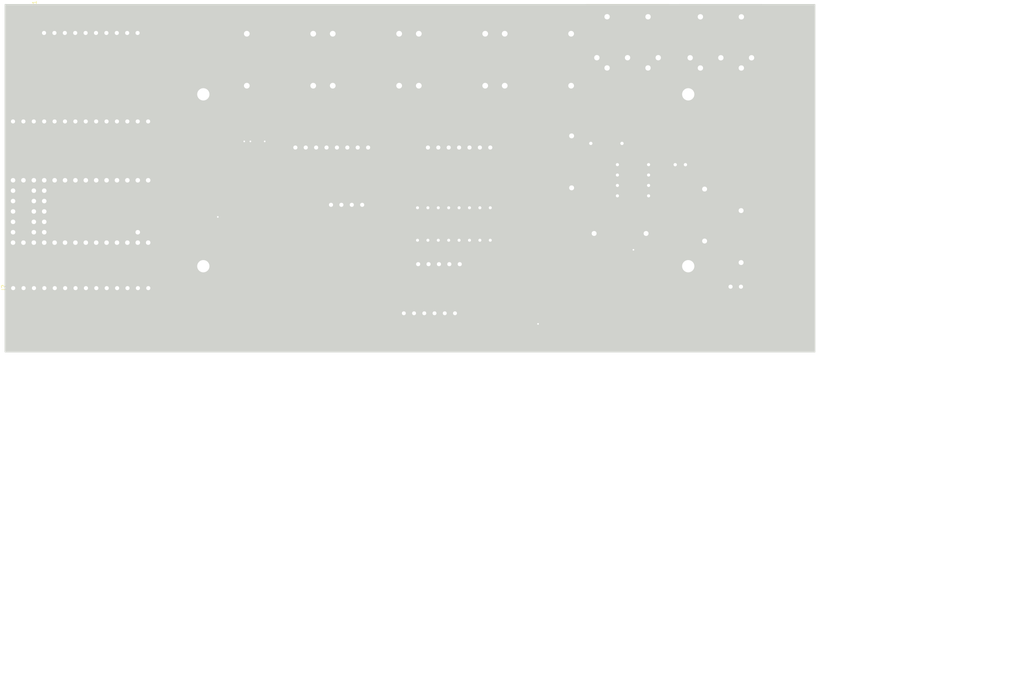
<source format=kicad_pcb>
(kicad_pcb (version 20211014) (generator pcbnew)
  (layers (0 "F.Cu" signal) (31 "B.Cu" signal) (34 "B.Paste" user) (35 "F.Paste" user) (36 "B.SilkS" user "B.Silkscreen") (37 "F.SilkS" user "F.Silkscreen") (38 "B.Mask" user) (39 "F.Mask" user) (44 "Edge.Cuts" user))
  (net 0 "")
  (net 1 "Net-(J1-Pad3)")
  (net 2 "Net-(J1-Pad5)")
  (net 3 "Net-(J1-Pad6)")
  (net 4 "Net-(J1-Pad7)")
  (net 5 "Net-(J1-Pad8)")
  (net 6 "Net-(J1-Pad9)")
  (net 10 "Net-(J1-Pad10)")
  (net 13 "Net-(J1-Pad11)")
  (net 14 "Net-(J1-Pad12)")
  (net 15 "Net-(J1-Pad13)")
  (net 16 "Net-(J1-Pad14)")
  (net 17 "Net-(J2-Pad1)")
  (net 18 "Net-(J2-Pad2)")
  (net 19 "Net-(J2-Pad3)")
  (net 20 "Net-(J2-Pad4)")
  (net 21 "Net-(J2-Pad5)")
  (net 22 "Net-(J2-Pad6)")
  (net 23 "Net-(J2-Pad7)")
  (net 25 "Net-(J2-Pad8)")
  (net 26 "Net-(J2-Pad9)")
  (net 27 "Net-(J2-Pad10)")
  (net 28 "Net-(J2-Pad11)")
  (net 29 "Net-(D1-Pad1)")
  (net 30 "Net-(D1-Pad2)")
  (net 34 "Net-(J3-Pad4)")
  (net 35 "Net-(J1-Pad2)")
  (net 36 "Net-(J1-Pad4)")
  (net 37 "Net-(J8-Pad5)")
  (net 40 "Net-(J8-Pad4)")
  (net 41 "Net-(J2-Pad12)")
  (net 45 "Net-(J5-Pad1)")
  (net 46 "Net-(J5-Pad2)")
  (net 47 "Net-(J5-Pad3)")
  (net 48 "Net-(J9-Pad1)")
  (net 49 "Net-(J6_TeensyPinsUnten1-Pad1)")
  (net 50 "Net-(J6_TeensyPinsUnten1-Pad2)")
  (net 51 "Net-(J6_TeensyPinsUnten1-Pad3)")
  (net 52 "Net-(J6_TeensyPinsUnten1-Pad4)")
  (net 53 "Net-(J6_TeensyPinsUnten1-Pad5)")
  (net 54 "Net-(J6_TeensyPinsUnten1-Pad6)")
  (net 55 "Net-(J6_TeensyPinsUnten1-Pad7)")
  (net 56 "Net-(J6_TeensyPinsUnten1-Pad8)")
  (net 57 "Net-(J6_TeensyPinsUnten1-Pad9)")
  (net 58 "Net-(J6_TeensyPinsUnten1-Pad10)")
  (net 59 "Net-(J9-Pad2)")
  (net 60 "Net-(J9-Pad3)")
  (net 61 "Net-(J9-Pad4)")
  (net 62 "Net-(J9-Pad5)")
  (net 63 "Net-(J10-Pad1)")
  (net 64 "Net-(J10-Pad2)")
  (net 65 "Net-(J11-Pad1)")
  (net 66 "Net-(J11-Pad2)")
  (net 67 "Net-(J16-Pad1)")
  (net 68 "Net-(J16-Pad2)")
  (net 69 "Net-(J17-Pad1)")
  (net 70 "Net-(J17-Pad2)")
  (net 71 "Net-(J18-Pad1)")
  (net 72 "Net-(J18-Pad2)")
  (net 83 "Net-(J5-Pad4)")
  (net 84 "Net-(J5-Pad5)")
  (net 85 "Net-(J5-Pad6)")
  (net 86 "Net-(J5-Pad7)")
  (net 87 "Net-(C1-Pad1)")
  (net 96 "GND")
  (net 97 "Net-(J2-Pad13)")
  (net 98 "Net-(J4-Pad6)")
  (net 99 "Net-(J4-Pad5)")
  (net 100 "Net-(J4-Pad4)")
  (net 101 "Net-(J4-Pad3)")
  (footprint "KiCad:Teensy40" (layer "F.Cu") (at 35.51 68.62 180)
    (fp_text reference "U7")
    (fp_text value "Teensy4.0")
  )
  (footprint "Connector_PinHeader_2.54mm:PinHeader_1x10_P2.54mm_Vertical" (layer "F.Cu") (at 26.575 25 90)
    (fp_text reference "J6_TeensyPinsUnten1")
    (fp_text value "Conn_01x10")
  )
  (footprint "KiCad:DIP762W56P254L966H508Q8N" (layer "F.Cu") (at 170.5 60.99)
    (fp_text reference "U6")
    (fp_text value "6N138" hide)
  )
  (footprint "Connector_PinHeader_2.54mm:PinHeader_1x05_P2.54mm_Vertical" (layer "F.Cu") (at 118 81.5 90)
    (fp_text reference "J9")
    (fp_text value "Conn_01x05")
  )
  (footprint "Connector_JST:JST_XH_B6B-XH-A_1x06_P2.50mm_Vertical" (layer "F.Cu") (at 114.5 93.5)
    (fp_text reference "J4")
    (fp_text value "06JQ-BT")
  )
  (footprint "Connector_PinHeader_2.54mm:PinHeader_1x07_P2.54mm_Vertical" (layer "F.Cu") (at 135.625 53 -90)
    (fp_text reference "J5")
    (fp_text value "Conn_01x07")
  )
  (footprint "Connector_JST:JST_SH_SM10B-SRSS-TB_1x10-1MP_P1.00mm_Horizontal" (layer "F.Cu") (at 72.75 58.53)
    (fp_text reference "JST_TEENSY_5")
    (fp_text value "10JQ-BT")
  )
  (footprint "Connector_PinHeader_2.54mm:PinHeader_1x02_P2.54mm_Vertical" (layer "F.Cu") (at 194.34 87.01 90)
    (fp_text reference "J10")
    (fp_text value "Conn_01x02")
  )
  (footprint "Connector_PinHeader_2.54mm:PinHeader_1x14_P2.54mm_Vertical" (layer "F.Cu") (at 52.01 46.62 -90)
    (fp_text reference "J1")
    (fp_text value "Conn_01x14_MountingPin")
  )
  (footprint "project_fp:SDS-50J_MIDI_JACK" (layer "F.Cu") (at 184.47 31.0675)
    (fp_text reference "J8")
    (fp_text value "DIN-5")
  )
  (footprint "SamacSys_Parts:NMJ4HCD2" (layer "F.Cu") (at 126.26967 41.845 -90)
    (fp_text reference "J17")
    (fp_text value "NMJ4HCD2" hide)
  )
  (footprint "Resistor_THT:R_Axial_DIN0411_L9.9mm_D3.6mm_P12.70mm_Horizontal" (layer "F.Cu") (at 196.92 68.41 -90)
    (fp_text reference "R8")
    (fp_text value "R47")
  )
  (footprint "SamacSys_Parts:NMJ4HCD2" (layer "F.Cu") (at 105.23967 41.845 -90)
    (fp_text reference "J16")
    (fp_text value "NMJ4HCD2" hide)
  )
  (footprint "Resistor_THT:R_Axial_DIN0411_L9.9mm_D3.6mm_P12.70mm_Horizontal" (layer "F.Cu") (at 161 74)
    (fp_text reference "R6")
    (fp_text value "R470")
  )
  (footprint "Connector_PinHeader_2.54mm:PinHeader_1x04_P2.54mm_Vertical" (layer "F.Cu") (at 96.7 67 90)
    (fp_text reference "J6")
    (fp_text value "Conn_01x04")
  )
  (footprint "project_fp:SDS-50J_MIDI_JACK" (layer "F.Cu") (at 161.67 31.0475)
    (fp_text reference "J3")
    (fp_text value "DIN-5")
  )
  (footprint "MountingHole:MountingHole_3mm" (layer "F.Cu") (at 65.5 82)
    (fp_text reference "H9")
    (fp_text value "MountingHole")
  )
  (footprint "Capacitor_THT:CP_Radial_D6.3mm_P2.50mm" (layer "F.Cu") (at 180.817621 57.19)
    (fp_text reference "C1")
    (fp_text value "0,1myf")
  )
  (footprint "Connector_PinHeader_2.54mm:PinHeader_1x08_P2.54mm_Vertical" (layer "F.Cu") (at 87.99 53 90)
    (fp_text reference "J7")
    (fp_text value "Conn_01x08")
  )
  (footprint "SamacSys_Parts:NMJ4HCD2" (layer "F.Cu") (at 147.26967 41.845 -90)
    (fp_text reference "J18")
    (fp_text value "NMJ4HCD2" hide)
  )
  (footprint "MountingHole:MountingHole_3mm" (layer "F.Cu") (at 184 40)
    (fp_text reference "H4")
    (fp_text value "MountingHole")
  )
  (footprint "Resistor_THT:R_Axial_DIN0411_L9.9mm_D3.6mm_P12.70mm_Horizontal" (layer "F.Cu") (at 188 75.85 90)
    (fp_text reference "R7")
    (fp_text value "R47")
  )
  (footprint "MountingHole:MountingHole_3mm" (layer "F.Cu") (at 184 82)
    (fp_text reference "H8")
    (fp_text value "MountingHole")
  )
  (footprint "Diode_THT:D_DO-35_SOD27_P7.62mm_Horizontal" (layer "F.Cu") (at 167.81 51.99 180)
    (fp_text reference "D1")
    (fp_text value "1N4148")
  )
  (footprint "MountingHole:MountingHole_3mm" (layer "F.Cu") (at 65.5 40)
    (fp_text reference "H7")
    (fp_text value "MountingHole")
  )
  (footprint "Connector_PinHeader_2.54mm:PinHeader_1x14_P2.54mm_Vertical" (layer "F.Cu") (at 19.032663 87.357701 90)
    (fp_text reference "J2")
    (fp_text value "Conn_01x14_MountingPin")
  )
  (footprint "SamacSys_Parts:NMJ4HCD2" (layer "F.Cu") (at 84.23934 41.845 -90)
    (fp_text reference "J11")
    (fp_text value "NMJ4HCD2" hide)
  )
  (footprint "KiCad:DIP794W53P254L1930H508Q16N" (layer "F.Cu") (at 126.73 71.68796 90)
    (fp_text reference "U5")
    (fp_text value "74HC4051" hide)
  )
  (footprint "Resistor_THT:R_Axial_DIN0411_L9.9mm_D3.6mm_P12.70mm_Horizontal" (layer "F.Cu") (at 155.5 50.15 -90)
    (fp_text reference "R5")
    (fp_text value "R220")
  )
  (gr_rect (start 17 18) (end 215 103) (layer "Edge.Cuts") (width 0.1) (fill none))
  (segment (start 46.94 61) (end 46.94 46.63) (width 0.5) (layer "F.Cu") (net 1))
  (segment (start 46.94 46.63) (end 46.93 46.62) (width 0.5) (layer "F.Cu") (net 1))
  (segment (start 41.85 46.62) (end 41.85 60.99) (width 0.5) (layer "F.Cu") (net 2))
  (segment (start 39.31 60.99) (end 39.32 61) (width 0.5) (layer "F.Cu") (net 3))
  (segment (start 39.31 46.62) (end 39.31 60.99) (width 0.5) (layer "F.Cu") (net 3))
  (segment (start 36.77 46.62) (end 36.77 60.99) (width 0.5) (layer "F.Cu") (net 4))
  (segment (start 34.23 46.62) (end 34.23 60.99) (width 0.5) (layer "F.Cu") (net 5))
  (segment (start 31.69 46.62) (end 31.69 60.99) (width 0.5) (layer "F.Cu") (net 6))
  (segment (start 29.15 46.62) (end 29.15 60.99) (width 0.5) (layer "F.Cu") (net 10))
  (segment (start 26.61 46.62) (end 26.61 60.99) (width 0.5) (layer "F.Cu") (net 13))
  (segment (start 24.07 46.62) (end 24.07 60.99) (width 0.5) (layer "F.Cu") (net 14))
  (segment (start 21.53 46.62) (end 21.53 60.99) (width 0.5) (layer "F.Cu") (net 15))
  (segment (start 19 46.63) (end 18.99 46.62) (width 0.5) (layer "F.Cu") (net 16))
  (segment (start 19 61) (end 19 46.63) (width 0.5) (layer "F.Cu") (net 16))
  (segment (start 19 76.24) (end 19 87.325038) (width 0.5) (layer "F.Cu") (net 17))
  (segment (start 19 87.325038) (end 19.032663 87.357701) (width 0.5) (layer "F.Cu") (net 17))
  (segment (start 21.54 87.325038) (end 21.572663 87.357701) (width 0.5) (layer "F.Cu") (net 18))
  (segment (start 21.54 76.24) (end 21.54 87.325038) (width 0.5) (layer "F.Cu") (net 18))
  (segment (start 24.08 76.24) (end 24.08 87.325038) (width 0.5) (layer "F.Cu") (net 19))
  (segment (start 24.08 87.325038) (end 24.112663 87.357701) (width 0.5) (layer "F.Cu") (net 19))
  (segment (start 26.62 76.24) (end 26.62 87.325038) (width 0.5) (layer "F.Cu") (net 20))
  (segment (start 26.62 87.325038) (end 26.652663 87.357701) (width 0.5) (layer "F.Cu") (net 20))
  (segment (start 29.192663 87.357701) (end 29.192663 76.272663) (width 0.5) (layer "F.Cu") (net 21))
  (segment (start 31.7 76.24) (end 31.7 87.325038) (width 0.5) (layer "F.Cu") (net 22))
  (segment (start 31.7 87.325038) (end 31.732663 87.357701) (width 0.5) (layer "F.Cu") (net 22))
  (segment (start 34.272663 87.357701) (end 34.272663 76.272663) (width 0.5) (layer "F.Cu") (net 23))
  (segment (start 36.78 87.325038) (end 36.812663 87.357701) (width 0.5) (layer "F.Cu") (net 25))
  (segment (start 36.78 76.24) (end 36.78 87.325038) (width 0.5) (layer "F.Cu") (net 25))
  (segment (start 39.352663 87.357701) (end 39.352663 76.272663) (width 0.5) (layer "F.Cu") (net 26))
  (segment (start 41.86 87.325038) (end 41.892663 87.357701) (width 0.5) (layer "F.Cu") (net 27))
  (segment (start 41.86 76.24) (end 41.86 87.325038) (width 0.5) (layer "F.Cu") (net 27))
  (segment (start 44.4 87.325038) (end 44.4 76.24) (width 0.5) (layer "F.Cu") (net 28))
  (segment (start 169.99 51.99) (end 170.5 52.5) (width 0.5) (layer "F.Cu") (net 29))
  (segment (start 166.69 59.72) (end 170.03 59.72) (width 0.5) (layer "F.Cu") (net 29))
  (segment (start 163.81 62.6) (end 166.69 59.72) (width 0.5) (layer "F.Cu") (net 29))
  (segment (start 170.03 59.72) (end 170.5 59.25) (width 0.5) (layer "F.Cu") (net 29))
  (segment (start 170.5 52.5) (end 170.5 59.25) (width 0.5) (layer "F.Cu") (net 29))
  (segment (start 155.5 62.6) (end 163.81 62.6) (width 0.5) (layer "F.Cu") (net 29))
  (segment (start 167.81 51.99) (end 169.99 51.99) (width 0.5) (layer "F.Cu") (net 29))
  (segment (start 162 66) (end 165.74 62.26) (width 0.5) (layer "F.Cu") (net 30))
  (segment (start 152.5 66) (end 162 66) (width 0.5) (layer "F.Cu") (net 30))
  (segment (start 174 33.5675) (end 160.19 47.3775) (width 0.5) (layer "F.Cu") (net 30))
  (segment (start 160.19 47.3775) (end 160.19 49.81) (width 0.5) (layer "F.Cu") (net 30))
  (segment (start 151 59.5) (end 151 64.5) (width 0.5) (layer "F.Cu") (net 30))
  (segment (start 151 64.5) (end 152.5 66) (width 0.5) (layer "F.Cu") (net 30))
  (segment (start 160.19 51.99) (end 160.19 56.81) (width 0.5) (layer "F.Cu") (net 30))
  (segment (start 160.19 49.68) (end 160.19 49.81) (width 0.5) (layer "F.Cu") (net 30))
  (segment (start 165.74 62.26) (end 166.69 62.26) (width 0.5) (layer "F.Cu") (net 30))
  (segment (start 152.5 58) (end 151 59.5) (width 0.5) (layer "F.Cu") (net 30))
  (segment (start 159 58) (end 152.5 58) (width 0.5) (layer "F.Cu") (net 30))
  (segment (start 160.19 56.81) (end 159 58) (width 0.5) (layer "F.Cu") (net 30))
  (segment (start 160.19 49.81) (end 160.19 51.99) (width 0.5) (layer "F.Cu") (net 30))
  (segment (start 164 33.5675) (end 164 35.5) (width 0.5) (layer "F.Cu") (net 34))
  (segment (start 164 35.5) (end 155.5 44) (width 0.5) (layer "F.Cu") (net 34))
  (segment (start 155.5 44) (end 155.5 50.15) (width 0.5) (layer "F.Cu") (net 34))
  (segment (start 49.47 60.99) (end 49.48 61) (width 0.5) (layer "F.Cu") (net 35))
  (segment (start 49.47 46.62) (end 49.47 60.99) (width 0.5) (layer "F.Cu") (net 35))
  (segment (start 44.39 46.62) (end 44.39 60.99) (width 0.5) (layer "F.Cu") (net 36))
  (segment (start 196.97 33.5675) (end 196.97 68.36) (width 0.5) (layer "F.Cu") (net 37))
  (segment (start 196.97 68.36) (end 196.92 68.41) (width 0.5) (layer "F.Cu") (net 37))
  (segment (start 196.97 36.82) (end 196.97 36.97) (width 0.5) (layer "F.Cu") (net 37))
  (segment (start 188 34.5975) (end 186.97 33.5675) (width 0.5) (layer "F.Cu") (net 40))
  (segment (start 188 63.15) (end 188 34.5975) (width 0.5) (layer "F.Cu") (net 40))
  (segment (start 133 99) (end 135.870126 96.129874) (width 0.5) (layer "F.Cu") (net 41))
  (segment (start 117 98) (end 116 99) (width 0.5) (layer "F.Cu") (net 41))
  (segment (start 47 87.330364) (end 46.972663 87.357701) (width 0.5) (layer "F.Cu") (net 41))
  (segment (start 135.870126 96.129874) (end 147.270126 96.129874) (width 0.5) (layer "F.Cu") (net 41))
  (segment (start 166.51 74) (end 161 74) (width 0.5) (layer "F.Cu") (net 41))
  (segment (start 116 99) (end 57.5 99) (width 0.5) (layer "F.Cu") (net 41))
  (segment (start 131 85) (end 118 85) (width 0.5) (layer "F.Cu") (net 41))
  (segment (start 188 75.85) (end 179.15 75.85) (width 0.5) (layer "F.Cu") (net 41))
  (segment (start 166.755 74.245) (end 170.5 77.99) (width 0.5) (layer "F.Cu") (net 41))
  (segment (start 133 99) (end 133.5 98.5) (width 0.5) (layer "F.Cu") (net 41))
  (segment (start 46.972663 88.472663) (end 46.972663 87.357701) (width 0.5) (layer "F.Cu") (net 41))
  (segment (start 47 76.3) (end 47 87.330364) (width 0.5) (layer "F.Cu") (net 41))
  (segment (start 170.5 77.99) (end 170.61 77.99) (width 0.5) (layer "F.Cu") (net 41))
  (segment (start 114 68) (end 114.28204 67.71796) (width 0.5) (layer "F.Cu") (net 41))
  (segment (start 170.61 77.99) (end 177.01 77.99) (width 0.5) (layer "F.Cu") (net 41))
  (segment (start 57.5 99) (end 46.972663 88.472663) (width 0.5) (layer "F.Cu") (net 41))
  (segment (start 147.270126 96.129874) (end 147.3 96.1) (width 0.5) (layer "F.Cu") (net 41))
  (segment (start 166.5 73.99) (end 166.755 74.245) (width 0.5) (layer "F.Cu") (net 41))
  (segment (start 133.5 98.5) (end 133.5 87.5) (width 0.5) (layer "F.Cu") (net 41))
  (segment (start 116.88 99) (end 133 99) (width 0.5) (layer "F.Cu") (net 41))
  (segment (start 116.5 99) (end 116 99) (width 0.5) (layer "F.Cu") (net 41))
  (segment (start 116.5 99) (end 116.88 99) (width 0.5) (layer "F.Cu") (net 41))
  (segment (start 114.28204 67.71796) (end 117.84 67.71796) (width 0.5) (layer "F.Cu") (net 41))
  (segment (start 133.5 87.5) (end 131 85) (width 0.5) (layer "F.Cu") (net 41))
  (segment (start 179.15 75.85) (end 177.01 77.99) (width 0.5) (layer "F.Cu") (net 41))
  (segment (start 166.755 74.245) (end 166.51 74) (width 0.5) (layer "F.Cu") (net 41))
  (segment (start 118 85) (end 114 81) (width 0.5) (layer "F.Cu") (net 41))
  (segment (start 114 81) (end 114 68) (width 0.5) (layer "F.Cu") (net 41))
  (segment (start 117 93.5) (end 117 98) (width 0.5) (layer "F.Cu") (net 41))
  (via (at 170.61 77.99) (size 0.8) (drill 0.4) (layers "F.Cu" "B.Cu") (net 41))
  (via (at 147.3 96.1) (size 0.8) (drill 0.4) (layers "F.Cu" "B.Cu") (net 41))
  (segment (start 170.61 80.09) (end 170.35 80.35) (width 0.5) (layer "B.Cu") (net 41))
  (segment (start 170.61 77.99) (end 170.61 80.09) (width 0.5) (layer "B.Cu") (net 41))
  (segment (start 147.3 96.1) (end 154.6 96.1) (width 0.5) (layer "B.Cu") (net 41))
  (segment (start 170.35 80.35) (end 170.6 80.1) (width 0.5) (layer "B.Cu") (net 41))
  (segment (start 154.6 96.1) (end 169.8 80.9) (width 0.5) (layer "B.Cu") (net 41))
  (segment (start 169.8 80.9) (end 170.35 80.35) (width 0.5) (layer "B.Cu") (net 41))
  (segment (start 135.625 67.71296) (end 135.62 67.71796) (width 0.5) (layer "F.Cu") (net 45))
  (segment (start 135.625 53) (end 135.625 67.71296) (width 0.5) (layer "F.Cu") (net 45))
  (segment (start 133.085 67.71296) (end 133.08 67.71796) (width 0.5) (layer "F.Cu") (net 46))
  (segment (start 133.085 53) (end 133.085 67.71296) (width 0.5) (layer "F.Cu") (net 46))
  (segment (start 130.545 67.71296) (end 130.54 67.71796) (width 0.5) (layer "F.Cu") (net 47))
  (segment (start 130.545 53) (end 130.545 67.71296) (width 0.5) (layer "F.Cu") (net 47))
  (segment (start 117.84 75.65796) (end 117.84 81.215) (width 0.5) (layer "F.Cu") (net 48))
  (segment (start 117.84 81.215) (end 118.125 81.5) (width 0.5) (layer "F.Cu") (net 48))
  (segment (start 68.25 56.53) (end 68.22 56.5) (width 0.5) (layer "F.Cu") (net 49))
  (segment (start 26.575 37.075) (end 26.575 25) (width 0.5) (layer "F.Cu") (net 49))
  (segment (start 58 56.5) (end 56 54.5) (width 0.5) (layer "F.Cu") (net 49))
  (segment (start 68.22 56.5) (end 58 56.5) (width 0.5) (layer "F.Cu") (net 49))
  (segment (start 54.5 39.5) (end 29 39.5) (width 0.5) (layer "F.Cu") (net 49))
  (segment (start 56 54.5) (end 56 41) (width 0.5) (layer "F.Cu") (net 49))
  (segment (start 54.5 39.5) (end 56 41) (width 0.5) (layer "F.Cu") (net 49))
  (segment (start 29 39.5) (end 26.575 37.075) (width 0.5) (layer "F.Cu") (net 49))
  (segment (start 57.5 39.5) (end 57.5 53) (width 0.5) (layer "F.Cu") (net 50))
  (segment (start 59 54.5) (end 69 54.5) (width 0.5) (layer "F.Cu") (net 50))
  (segment (start 69 54.5) (end 69.25 54.75) (width 0.5) (layer "F.Cu") (net 50))
  (segment (start 29.115 25) (end 29.115 37.115) (width 0.5) (layer "F.Cu") (net 50))
  (segment (start 69.25 54.75) (end 69.25 56.53) (width 0.5) (layer "F.Cu") (net 50))
  (segment (start 57.5 53) (end 59 54.5) (width 0.5) (layer "F.Cu") (net 50))
  (segment (start 30 38) (end 56 38) (width 0.5) (layer "F.Cu") (net 50))
  (segment (start 29.115 37.115) (end 30 38) (width 0.5) (layer "F.Cu") (net 50))
  (segment (start 56 38) (end 57.5 39.5) (width 0.5) (layer "F.Cu") (net 50))
  (segment (start 31.655 25) (end 31.655 35.655) (width 0.5) (layer "F.Cu") (net 51))
  (segment (start 62 53.5) (end 70 53.5) (width 0.5) (layer "F.Cu") (net 51))
  (segment (start 70.25 53.75) (end 70.25 56.53) (width 0.5) (layer "F.Cu") (net 51))
  (segment (start 60.5 52) (end 62 53.5) (width 0.5) (layer "F.Cu") (net 51))
  (segment (start 60.5 38) (end 60.5 52) (width 0.5) (layer "F.Cu") (net 51))
  (segment (start 70 53.5) (end 70.25 53.75) (width 0.5) (layer "F.Cu") (net 51))
  (segment (start 31.655 35.655) (end 32.5 36.5) (width 0.5) (layer "F.Cu") (net 51))
  (segment (start 32.5 36.5) (end 59 36.5) (width 0.5) (layer "F.Cu") (net 51))
  (segment (start 59 36.5) (end 60.5 38) (width 0.5) (layer "F.Cu") (net 51))
  (segment (start 71.25 52.25) (end 71.25 56.53) (width 0.5) (layer "F.Cu") (net 52))
  (segment (start 60.5 35) (end 62 36.5) (width 0.5) (layer "F.Cu") (net 52))
  (segment (start 34.89 35) (end 60.5 35) (width 0.5) (layer "F.Cu") (net 52))
  (segment (start 62 36.5) (end 62 50.5) (width 0.5) (layer "F.Cu") (net 52))
  (segment (start 62 50.5) (end 63.5 52) (width 0.5) (layer "F.Cu") (net 52))
  (segment (start 34.195 25) (end 34.195 34.305) (width 0.5) (layer "F.Cu") (net 52))
  (segment (start 34.195 34.305) (end 34.89 35) (width 0.5) (layer "F.Cu") (net 52))
  (segment (start 71 52) (end 71.25 52.25) (width 0.5) (layer "F.Cu") (net 52))
  (segment (start 63.5 52) (end 71 52) (width 0.5) (layer "F.Cu") (net 52))
  (segment (start 69.5 48) (end 69.5 37.5) (width 0.5) (layer "F.Cu") (net 53))
  (segment (start 37 33) (end 36.735 32.735) (width 0.5) (layer "F.Cu") (net 53))
  (segment (start 36.735 32.735) (end 36.735 25) (width 0.5) (layer "F.Cu") (net 53))
  (segment (start 65 33) (end 37 33) (width 0.5) (layer "F.Cu") (net 53))
  (segment (start 72.25 50.75) (end 69.5 48) (width 0.5) (layer "F.Cu") (net 53))
  (segment (start 72.25 56.53) (end 72.25 50.75) (width 0.5) (layer "F.Cu") (net 53))
  (segment (start 69.5 37.5) (end 65 33) (width 0.5) (layer "F.Cu") (net 53))
  (segment (start 71 36.5) (end 71 47.5) (width 0.5) (layer "F.Cu") (net 54))
  (segment (start 73.25 49.75) (end 73.25 56.53) (width 0.5) (layer "F.Cu") (net 54))
  (segment (start 39.275 25) (end 39.275 30.775) (width 0.5) (layer "F.Cu") (net 54))
  (segment (start 66 31.5) (end 71 36.5) (width 0.5) (layer "F.Cu") (net 54))
  (segment (start 40 31.5) (end 66 31.5) (width 0.5) (layer "F.Cu") (net 54))
  (segment (start 39.275 30.775) (end 40 31.5) (width 0.5) (layer "F.Cu") (net 54))
  (segment (start 71 47.5) (end 73.25 49.75) (width 0.5) (layer "F.Cu") (net 54))
  (segment (start 42.5 30) (end 66.5 30) (width 0.5) (layer "F.Cu") (net 55))
  (segment (start 72.75 46.75) (end 74.25 48.25) (width 0.5) (layer "F.Cu") (net 55))
  (segment (start 41.815 29.315) (end 42.5 30) (width 0.5) (layer "F.Cu") (net 55))
  (segment (start 41.815 25) (end 41.815 29.315) (width 0.5) (layer "F.Cu") (net 55))
  (segment (start 74.25 48.25) (end 74.25 56.53) (width 0.5) (layer "F.Cu") (net 55))
  (segment (start 66.5 30) (end 72.75 36.25) (width 0.5) (layer "F.Cu") (net 55))
  (segment (start 72.75 36.25) (end 72.75 46.75) (width 0.5) (layer "F.Cu") (net 55))
  (segment (start 75.25 51.75) (end 75.25 56.53) (width 0.5) (layer "F.Cu") (net 56))
  (segment (start 75.5 51.5) (end 75.25 51.75) (width 0.5) (layer "F.Cu") (net 56))
  (via (at 75.5 51.5) (size 0.8) (drill 0.4) (layers "F.Cu" "B.Cu") (net 56))
  (segment (start 44.355 27.355) (end 44.355 25) (width 0.5) (layer "B.Cu") (net 56))
  (segment (start 55.5 47) (end 55.5 38.5) (width 0.5) (layer "B.Cu") (net 56))
  (segment (start 75.5 51.5) (end 60 51.5) (width 0.5) (layer "B.Cu") (net 56))
  (segment (start 60 51.5) (end 55.5 47) (width 0.5) (layer "B.Cu") (net 56))
  (segment (start 55.5 38.5) (end 44.355 27.355) (width 0.5) (layer "B.Cu") (net 56))
  (segment (start 76.25 54.25) (end 76.25 56.53) (width 0.5) (layer "F.Cu") (net 57))
  (segment (start 77 53.5) (end 76.25 54.25) (width 0.5) (layer "F.Cu") (net 57))
  (segment (start 77 51.5) (end 77 53.5) (width 0.5) (layer "F.Cu") (net 57))
  (via (at 77 51.5) (size 0.8) (drill 0.4) (layers "F.Cu" "B.Cu") (net 57))
  (segment (start 77 50) (end 76 49) (width 0.5) (layer "B.Cu") (net 57))
  (segment (start 58 38) (end 46.895 26.895) (width 0.5) (layer "B.Cu") (net 57))
  (segment (start 60.5 49) (end 58 46.5) (width 0.5) (layer "B.Cu") (net 57))
  (segment (start 76 49) (end 60.5 49) (width 0.5) (layer "B.Cu") (net 57))
  (segment (start 77 51.5) (end 77 50) (width 0.5) (layer "B.Cu") (net 57))
  (segment (start 46.895 26.895) (end 46.895 25) (width 0.5) (layer "B.Cu") (net 57))
  (segment (start 58 46.5) (end 58 38) (width 0.5) (layer "B.Cu") (net 57))
  (segment (start 77.25 56.53) (end 79.97 56.53) (width 0.5) (layer "F.Cu") (net 58))
  (segment (start 79.97 56.53) (end 80.5 56) (width 0.5) (layer "F.Cu") (net 58))
  (segment (start 80.5 56) (end 80.5 51.5) (width 0.5) (layer "F.Cu") (net 58))
  (via (at 80.5 51.5) (size 0.8) (drill 0.4) (layers "F.Cu" "B.Cu") (net 58))
  (segment (start 80.5 48.5) (end 80 48) (width 0.5) (layer "B.Cu") (net 58))
  (segment (start 60.5 37.5) (end 49.435 26.435) (width 0.5) (layer "B.Cu") (net 58))
  (segment (start 63 48) (end 60.5 45.5) (width 0.5) (layer "B.Cu") (net 58))
  (segment (start 60.5 45.5) (end 60.5 37.5) (width 0.5) (layer "B.Cu") (net 58))
  (segment (start 49.435 26.435) (end 49.435 25) (width 0.5) (layer "B.Cu") (net 58))
  (segment (start 80.5 51.5) (end 80.5 48.5) (width 0.5) (layer "B.Cu") (net 58))
  (segment (start 80 48) (end 63 48) (width 0.5) (layer "B.Cu") (net 58))
  (segment (start 120.665 75.94296) (end 120.38 75.65796) (width 0.5) (layer "F.Cu") (net 59))
  (segment (start 120.665 81.5) (end 120.665 75.94296) (width 0.5) (layer "F.Cu") (net 59))
  (segment (start 122.92 75.65796) (end 122.92 81.215) (width 0.5) (layer "F.Cu") (net 60))
  (segment (start 125.46 75.65796) (end 125.46 81.215) (width 0.5) (layer "F.Cu") (net 61))
  (segment (start 125.46 81.215) (end 125.745 81.5) (width 0.5) (layer "F.Cu") (net 61))
  (segment (start 128 81.215) (end 128.285 81.5) (width 0.5) (layer "F.Cu") (net 62))
  (segment (start 128 75.65796) (end 128 81.215) (width 0.5) (layer "F.Cu") (net 62))
  (segment (start 173.802141 74.307859) (end 170.494282 71) (width 0.5) (layer "F.Cu") (net 63))
  (segment (start 154.08096 71) (end 151.54048 73.54048) (width 0.5) (layer "F.Cu") (net 63))
  (segment (start 151.54048 73.54048) (end 165.01 87.01) (width 0.5) (layer "F.Cu") (net 63))
  (segment (start 173.405489 73.705489) (end 173.7 74) (width 0.5) (layer "F.Cu") (net 63))
  (segment (start 173.405489 63.164511) (end 173.405489 73.705489) (width 0.5) (layer "F.Cu") (net 63))
  (segment (start 170.494282 71) (end 154.08096 71) (width 0.5) (layer "F.Cu") (net 63))
  (segment (start 165.01 87.01) (end 194.34 87.01) (width 0.5) (layer "F.Cu") (net 63))
  (segment (start 174.31 62.26) (end 173.405489 63.164511) (width 0.5) (layer "F.Cu") (net 63))
  (segment (start 196.88 87.01) (end 196.88 81.15) (width 0.5) (layer "F.Cu") (net 64))
  (segment (start 196.88 81.15) (end 196.92 81.11) (width 0.5) (layer "F.Cu") (net 64))
  (segment (start 74.5 42) (end 75.79 43.29) (width 0.5) (layer "F.Cu") (net 65))
  (segment (start 75.79 43.29) (end 80.37 43.29) (width 0.5) (layer "F.Cu") (net 65))
  (segment (start 80.37 43.29) (end 87.99 50.91) (width 0.5) (layer "F.Cu") (net 65))
  (segment (start 76.12434 25.19) (end 74.5 26.81434) (width 0.5) (layer "F.Cu") (net 65))
  (segment (start 74.5 26.81434) (end 74.5 42) (width 0.5) (layer "F.Cu") (net 65))
  (segment (start 87.99 50.91) (end 87.99 53) (width 0.5) (layer "F.Cu") (net 65))
  (segment (start 90.53 43.29) (end 90.53 53) (width 0.5) (layer "F.Cu") (net 66))
  (segment (start 85.13 37.89) (end 90.53 43.29) (width 0.5) (layer "F.Cu") (net 66))
  (segment (start 76.12434 37.89) (end 85.13 37.89) (width 0.5) (layer "F.Cu") (net 66))
  (segment (start 94.34 48.37) (end 93.07 49.64) (width 0.5) (layer "F.Cu") (net 67))
  (segment (start 97.12434 25.19) (end 94.34 27.97434) (width 0.5) (layer "F.Cu") (net 67))
  (segment (start 94.34 27.97434) (end 94.34 48.37) (width 0.5) (layer "F.Cu") (net 67))
  (segment (start 93.07 49.64) (end 93.07 53) (width 0.5) (layer "F.Cu") (net 67))
  (segment (start 97.12434 48.12566) (end 95.61 49.64) (width 0.5) (layer "F.Cu") (net 68))
  (segment (start 95.61 49.64) (end 95.61 53) (width 0.5) (layer "F.Cu") (net 68))
  (segment (start 97.12434 37.89) (end 97.12434 48.12566) (width 0.5) (layer "F.Cu") (net 68))
  (segment (start 118.25467 26.99533) (end 118.25467 25.19) (width 0.5) (layer "F.Cu") (net 69))
  (segment (start 98.15 49.64) (end 101.96 45.83) (width 0.5) (layer "F.Cu") (net 69))
  (segment (start 101.96 35.67) (end 109.58 28.05) (width 0.5) (layer "F.Cu") (net 69))
  (segment (start 98.15 53) (end 98.15 49.64) (width 0.5) (layer "F.Cu") (net 69))
  (segment (start 117.2 28.05) (end 118.25467 26.99533) (width 0.5) (layer "F.Cu") (net 69))
  (segment (start 101.96 45.83) (end 101.96 35.67) (width 0.5) (layer "F.Cu") (net 69))
  (segment (start 109.58 28.05) (end 117.2 28.05) (width 0.5) (layer "F.Cu") (net 69))
  (segment (start 104.5 36.305) (end 104.5 45.83) (width 0.5) (layer "F.Cu") (net 70))
  (segment (start 114.76467 34.4) (end 106.405 34.4) (width 0.5) (layer "F.Cu") (net 70))
  (segment (start 104.5 45.83) (end 100.69 49.64) (width 0.5) (layer "F.Cu") (net 70))
  (segment (start 118.25467 37.89) (end 114.76467 34.4) (width 0.5) (layer "F.Cu") (net 70))
  (segment (start 106.405 34.4) (end 104.5 36.305) (width 0.5) (layer "F.Cu") (net 70))
  (segment (start 100.69 49.64) (end 100.69 53) (width 0.5) (layer "F.Cu") (net 70))
  (segment (start 124.82 30.59) (end 133.85467 30.59) (width 0.5) (layer "F.Cu") (net 71))
  (segment (start 107.04 41.46) (end 107.75 40.75) (width 0.5) (layer "F.Cu") (net 71))
  (segment (start 107.04 45.83) (end 107.04 41.46) (width 0.5) (layer "F.Cu") (net 71))
  (segment (start 133.85467 30.59) (end 139.25467 25.19) (width 0.5) (layer "F.Cu") (net 71))
  (segment (start 103.23 53) (end 103.23 49.64) (width 0.5) (layer "F.Cu") (net 71))
  (segment (start 121.01 34.4) (end 124.82 30.59) (width 0.5) (layer "F.Cu") (net 71))
  (segment (start 119.74 40.75) (end 121.01 39.48) (width 0.5) (layer "F.Cu") (net 71))
  (segment (start 107.75 40.75) (end 119.74 40.75) (width 0.5) (layer "F.Cu") (net 71))
  (segment (start 103.23 49.64) (end 107.04 45.83) (width 0.5) (layer "F.Cu") (net 71))
  (segment (start 121.01 39.48) (end 121.01 34.4) (width 0.5) (layer "F.Cu") (net 71))
  (segment (start 105.77 53) (end 108.31 50.46) (width 0.5) (layer "F.Cu") (net 72))
  (segment (start 138.79 43.29) (end 139.25467 42.82533) (width 0.5) (layer "F.Cu") (net 72))
  (segment (start 108.31 50.46) (end 108.31 44.56) (width 0.5) (layer "F.Cu") (net 72))
  (segment (start 139.25467 42.82533) (end 139.25467 37.89) (width 0.5) (layer "F.Cu") (net 72))
  (segment (start 108.31 44.56) (end 109.58 43.29) (width 0.5) (layer "F.Cu") (net 72))
  (segment (start 109.58 43.29) (end 138.79 43.29) (width 0.5) (layer "F.Cu") (net 72))
  (segment (start 128 67.71796) (end 128 53.005) (width 0.5) (layer "F.Cu") (net 83))
  (segment (start 128 53.005) (end 128.005 53) (width 0.5) (layer "F.Cu") (net 83))
  (segment (start 125.46 53.005) (end 125.465 53) (width 0.5) (layer "F.Cu") (net 84))
  (segment (start 125.46 67.71796) (end 125.46 53.005) (width 0.5) (layer "F.Cu") (net 84))
  (segment (start 122.92 67.71796) (end 122.92 53.005) (width 0.5) (layer "F.Cu") (net 85))
  (segment (start 122.92 53.005) (end 122.925 53) (width 0.5) (layer "F.Cu") (net 85))
  (segment (start 120.385 67.71296) (end 120.38 67.71796) (width 0.5) (layer "F.Cu") (net 86))
  (segment (start 120.385 53) (end 120.385 67.71296) (width 0.5) (layer "F.Cu") (net 86))
  (segment (start 180.817621 57.19) (end 174.32 57.19) (width 0.5) (layer "F.Cu") (net 87))
  (segment (start 52 76.26) (end 52.02 76.24) (width 0.5) (layer "F.Cu") (net 87))
  (segment (start 84.18 59.5) (end 110 59.5) (width 0.5) (layer "F.Cu") (net 87))
  (segment (start 150 68.5) (end 167 68.5) (width 0.5) (layer "F.Cu") (net 87))
  (segment (start 147.5 47.5) (end 147.5 66) (width 0.5) (layer "F.Cu") (net 87))
  (segment (start 69.04 69.96) (end 74.02 69.96) (width 0.5) (layer "F.Cu") (net 87))
  (segment (start 84.18 59.8) (end 84.18 59.5) (width 0.5) (layer "F.Cu") (net 87))
  (segment (start 74.02 69.96) (end 84.18 59.8) (width 0.5) (layer "F.Cu") (net 87))
  (segment (start 110 59.5) (end 110.5 59) (width 0.5) (layer "F.Cu") (net 87))
  (segment (start 167 68.5) (end 172 63.5) (width 0.5) (layer "F.Cu") (net 87))
  (segment (start 68.94 69.96) (end 69.04 69.96) (width 0.5) (layer "F.Cu") (net 87))
  (segment (start 110.5 47.5) (end 112 46) (width 0.5) (layer "F.Cu") (net 87))
  (segment (start 52 87.305038) (end 52 76.26) (width 0.5) (layer "F.Cu") (net 87))
  (segment (start 146 46) (end 147.5 47.5) (width 0.5) (layer "F.Cu") (net 87))
  (segment (start 147.5 66) (end 150 68.5) (width 0.5) (layer "F.Cu") (net 87))
  (segment (start 172 63.5) (end 172 59.49) (width 0.5) (layer "F.Cu") (net 87))
  (segment (start 110.5 59) (end 110.5 47.5) (width 0.5) (layer "F.Cu") (net 87))
  (segment (start 172 59.49) (end 174.31 57.18) (width 0.5) (layer "F.Cu") (net 87))
  (segment (start 112 46) (end 146 46) (width 0.5) (layer "F.Cu") (net 87))
  (segment (start 174.32 57.19) (end 174.31 57.18) (width 0.5) (layer "F.Cu") (net 87))
  (via (at 69.04 69.96) (size 0.8) (drill 0.4) (layers "F.Cu" "B.Cu") (net 87))
  (segment (start 69.04 69.96) (end 62.76 76.24) (width 0.5) (layer "B.Cu") (net 87))
  (segment (start 62.76 76.24) (end 52.02 76.24) (width 0.5) (layer "B.Cu") (net 87))
  (segment (start 87 61.5) (end 76 72.5) (width 0.5) (layer "F.Cu") (net 96))
  (segment (start 196.5675 28.5) (end 194 31.0675) (width 0.5) (layer "F.Cu") (net 96))
  (segment (start 140.5 80.5) (end 143 78) (width 0.5) (layer "F.Cu") (net 96))
  (segment (start 133.08 75.65796) (end 135.62 75.65796) (width 0.5) (layer "F.Cu") (net 96))
  (segment (start 113.5 59.5) (end 111.5 61.5) (width 0.5) (layer "F.Cu") (net 96))
  (segment (start 111.5 61.5) (end 87 61.5) (width 0.5) (layer "F.Cu") (net 96))
  (segment (start 132.5 80.5) (end 140.5 80.5) (width 0.5) (layer "F.Cu") (net 96))
  (segment (start 56.5 61) (end 52.02 61) (width 0.5) (layer "F.Cu") (net 96))
  (segment (start 52.02 46.63) (end 52.01 46.62) (width 0.5) (layer "F.Cu") (net 96))
  (segment (start 208 29.5) (end 207 28.5) (width 0.5) (layer "F.Cu") (net 96))
  (segment (start 52.02 61) (end 52.02 46.63) (width 0.5) (layer "F.Cu") (net 96))
  (segment (start 177 45.59096) (end 183.29952 51.89048) (width 0.5) (layer "F.Cu") (net 96))
  (segment (start 158.5 93.5) (end 202 93.5) (width 0.5) (layer "F.Cu") (net 96))
  (segment (start 183.29952 58.026197) (end 183.29952 51.89048) (width 0.5) (layer "F.Cu") (net 96))
  (segment (start 208 87.5) (end 208 29.5) (width 0.5) (layer "F.Cu") (net 96))
  (segment (start 114 48.5) (end 113.5 49) (width 0.5) (layer "F.Cu") (net 96))
  (segment (start 143 78) (end 158.5 93.5) (width 0.5) (layer "F.Cu") (net 96))
  (segment (start 182.0875 58.365) (end 182.960717 58.365) (width 0.5) (layer "F.Cu") (net 96))
  (segment (start 68 72.5) (end 56.5 61) (width 0.5) (layer "F.Cu") (net 96))
  (segment (start 141 48.5) (end 114 48.5) (width 0.5) (layer "F.Cu") (net 96))
  (segment (start 143 78) (end 143 50.5) (width 0.5) (layer "F.Cu") (net 96))
  (segment (start 76 72.5) (end 68 72.5) (width 0.5) (layer "F.Cu") (net 96))
  (segment (start 183.29952 51.89048) (end 183.3 51.89096) (width 0.5) (layer "F.Cu") (net 96))
  (segment (start 186.9525 31.0675) (end 177 41.02) (width 0.5) (layer "F.Cu") (net 96))
  (segment (start 133.08 75.65796) (end 130.54 75.65796) (width 0.5) (layer "F.Cu") (net 96))
  (segment (start 194 31.0675) (end 186.9525 31.0675) (width 0.5) (layer "F.Cu") (net 96))
  (segment (start 180.745 58.365) (end 182.0875 58.365) (width 0.5) (layer "F.Cu") (net 96))
  (segment (start 174.31 64.8) (end 180.745 58.365) (width 0.5) (layer "F.Cu") (net 96))
  (segment (start 143 50.5) (end 141 48.5) (width 0.5) (layer "F.Cu") (net 96))
  (segment (start 113.5 49) (end 113.5 59.5) (width 0.5) (layer "F.Cu") (net 96))
  (segment (start 130.54 78.54) (end 132.5 80.5) (width 0.5) (layer "F.Cu") (net 96))
  (segment (start 177 41.02) (end 177 45.59096) (width 0.5) (layer "F.Cu") (net 96))
  (segment (start 183.3 51.89096) (end 183.3 57.09) (width 0.5) (layer "F.Cu") (net 96))
  (segment (start 202 93.5) (end 208 87.5) (width 0.5) (layer "F.Cu") (net 96))
  (segment (start 182.960717 58.365) (end 183.29952 58.026197) (width 0.5) (layer "F.Cu") (net 96))
  (segment (start 207 28.5) (end 196.5675 28.5) (width 0.5) (layer "F.Cu") (net 96))
  (segment (start 130.54 75.65796) (end 130.54 78.54) (width 0.5) (layer "F.Cu") (net 96))
  (segment (start 114.5 93.5) (end 55.654962 93.5) (width 0.5) (layer "F.Cu") (net 97))
  (segment (start 49.5 87.345038) (end 49.5 76.26) (width 0.5) (layer "F.Cu") (net 97))
  (segment (start 55.654962 93.5) (end 49.512663 87.357701) (width 0.5) (layer "F.Cu") (net 97))
  (segment (start 126 86.5) (end 117.5 86.5) (width 0.5) (layer "F.Cu") (net 98))
  (segment (start 127 93.5) (end 127 87.5) (width 0.5) (layer "F.Cu") (net 98))
  (segment (start 104.32 73.32) (end 104.32 67) (width 0.5) (layer "F.Cu") (net 98))
  (segment (start 127 87.5) (end 126 86.5) (width 0.5) (layer "F.Cu") (net 98))
  (segment (start 117.5 86.5) (end 104.32 73.32) (width 0.5) (layer "F.Cu") (net 98))
  (segment (start 123.5 87.5) (end 116 87.5) (width 0.5) (layer "F.Cu") (net 99))
  (segment (start 124.5 93.5) (end 124.5 88.5) (width 0.5) (layer "F.Cu") (net 99))
  (segment (start 124.5 88.5) (end 123.5 87.5) (width 0.5) (layer "F.Cu") (net 99))
  (segment (start 116 87.5) (end 101.78 73.28) (width 0.5) (layer "F.Cu") (net 99))
  (segment (start 101.78 73.28) (end 101.78 67) (width 0.5) (layer "F.Cu") (net 99))
  (segment (start 122 89.5) (end 122 93.5) (width 0.5) (layer "F.Cu") (net 100))
  (segment (start 99.24 73.24) (end 115 89) (width 0.5) (layer "F.Cu") (net 100))
  (segment (start 115 89) (end 121.5 89) (width 0.5) (layer "F.Cu") (net 100))
  (segment (start 99.24 67) (end 99.24 73.24) (width 0.5) (layer "F.Cu") (net 100))
  (segment (start 121.5 89) (end 122 89.5) (width 0.5) (layer "F.Cu") (net 100))
  (segment (start 96.7 73.7) (end 96.7 67) (width 0.5) (layer "F.Cu") (net 101))
  (segment (start 119.5 93.5) (end 119.5 91) (width 0.5) (layer "F.Cu") (net 101))
  (segment (start 119.5 91) (end 119 90.5) (width 0.5) (layer "F.Cu") (net 101))
  (segment (start 119 90.5) (end 113.5 90.5) (width 0.5) (layer "F.Cu") (net 101))
  (segment (start 113.5 90.5) (end 96.7 73.7) (width 0.5) (layer "F.Cu") (net 101))
  (zone (net 96) (net_name "GND") (layers F&B.Cu) (connect_pads (clearance 0.508)) (min_thickness 0.254) (fill yes (thermal_gap 0.508) (thermal_bridge_width 0.508))
    (polygon (pts (xy 215 103) (xy 17 103) (xy 17 18) (xy 215 18)))
  )
  (zone (net 0) (net_name "") (layer "Edge.Cuts") (connect_pads (clearance 0.508)) (min_thickness 0.254) (fill yes (thermal_gap 0.508) (thermal_bridge_width 0.508))
    (polygon (pts (xy 215 103) (xy 17 103) (xy 17 18) (xy 215 18)))
  )
)
</source>
